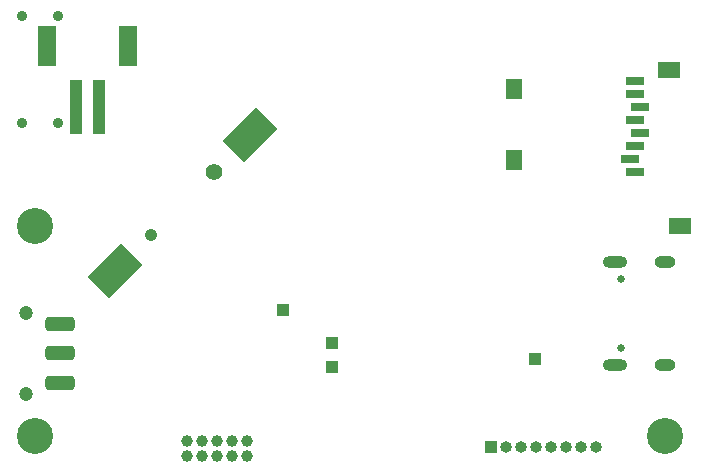
<source format=gbr>
%TF.GenerationSoftware,KiCad,Pcbnew,9.0.0-rc1*%
%TF.CreationDate,2025-02-03T21:42:01-06:00*%
%TF.ProjectId,tempo,74656d70-6f2e-46b6-9963-61645f706362,rev?*%
%TF.SameCoordinates,Original*%
%TF.FileFunction,Soldermask,Bot*%
%TF.FilePolarity,Negative*%
%FSLAX46Y46*%
G04 Gerber Fmt 4.6, Leading zero omitted, Abs format (unit mm)*
G04 Created by KiCad (PCBNEW 9.0.0-rc1) date 2025-02-03 21:42:01*
%MOMM*%
%LPD*%
G01*
G04 APERTURE LIST*
G04 Aperture macros list*
%AMRoundRect*
0 Rectangle with rounded corners*
0 $1 Rounding radius*
0 $2 $3 $4 $5 $6 $7 $8 $9 X,Y pos of 4 corners*
0 Add a 4 corners polygon primitive as box body*
4,1,4,$2,$3,$4,$5,$6,$7,$8,$9,$2,$3,0*
0 Add four circle primitives for the rounded corners*
1,1,$1+$1,$2,$3*
1,1,$1+$1,$4,$5*
1,1,$1+$1,$6,$7*
1,1,$1+$1,$8,$9*
0 Add four rect primitives between the rounded corners*
20,1,$1+$1,$2,$3,$4,$5,0*
20,1,$1+$1,$4,$5,$6,$7,0*
20,1,$1+$1,$6,$7,$8,$9,0*
20,1,$1+$1,$8,$9,$2,$3,0*%
%AMRotRect*
0 Rectangle, with rotation*
0 The origin of the aperture is its center*
0 $1 length*
0 $2 width*
0 $3 Rotation angle, in degrees counterclockwise*
0 Add horizontal line*
21,1,$1,$2,0,0,$3*%
G04 Aperture macros list end*
%ADD10C,1.000000*%
%ADD11R,1.000000X1.000000*%
%ADD12O,1.000000X1.000000*%
%ADD13C,3.048000*%
%ADD14C,0.650000*%
%ADD15O,2.100000X1.000000*%
%ADD16O,1.800000X1.000000*%
%ADD17C,0.900000*%
%ADD18C,1.200000*%
%ADD19RoundRect,0.300000X0.950000X-0.300000X0.950000X0.300000X-0.950000X0.300000X-0.950000X-0.300000X0*%
%ADD20R,1.500000X0.700000*%
%ADD21R,1.400000X1.800000*%
%ADD22R,1.900000X1.400000*%
%ADD23C,1.070000*%
%ADD24C,1.400000*%
%ADD25RotRect,4.000000X2.600000X45.000000*%
%ADD26R,1.000000X4.600000*%
%ADD27R,1.600000X3.400000*%
G04 APERTURE END LIST*
D10*
%TO.C,J5*%
X146610000Y-113855000D03*
X146610000Y-115125000D03*
X145340000Y-113855000D03*
X145340000Y-115125000D03*
X144070000Y-113855000D03*
X144070000Y-115125000D03*
X142800000Y-113855000D03*
X142800000Y-115125000D03*
X141530000Y-113855000D03*
X141530000Y-115125000D03*
%TD*%
D11*
%TO.C,TP3*%
X149660000Y-102740000D03*
%TD*%
%TO.C,J3*%
X167260000Y-114340000D03*
D12*
X168530000Y-114340000D03*
X169800000Y-114340000D03*
X171070000Y-114340000D03*
X172340000Y-114340000D03*
X173610000Y-114340000D03*
X174880000Y-114340000D03*
X176150000Y-114340000D03*
%TD*%
D13*
%TO.C,H1*%
X128609784Y-95650000D03*
%TD*%
D14*
%TO.C,J2*%
X178265000Y-105965000D03*
X178265000Y-100185000D03*
D15*
X177765000Y-107395000D03*
D16*
X181945000Y-107395000D03*
D15*
X177765000Y-98755000D03*
D16*
X181945000Y-98755000D03*
%TD*%
D17*
%TO.C,SW3*%
X130560000Y-77890000D03*
X127560000Y-77890000D03*
%TD*%
D11*
%TO.C,TP4*%
X170960000Y-106900000D03*
%TD*%
D13*
%TO.C,H3*%
X181960000Y-113440000D03*
%TD*%
D17*
%TO.C,SW2*%
X130560000Y-86940000D03*
X127560000Y-86940000D03*
%TD*%
D13*
%TO.C,H2*%
X128610000Y-113440000D03*
%TD*%
D18*
%TO.C,SW1*%
X127897500Y-109850000D03*
X127897500Y-103050000D03*
D19*
X130697500Y-108950000D03*
X130697500Y-106450000D03*
X130697500Y-103950000D03*
%TD*%
D20*
%TO.C,X1*%
X179410000Y-91090000D03*
X179010000Y-89990000D03*
X179410000Y-88890000D03*
X179810000Y-87790000D03*
X179410000Y-86690000D03*
X179810000Y-85590000D03*
X179410000Y-84490000D03*
X179410000Y-83390000D03*
D21*
X169210000Y-84090000D03*
X169210000Y-90090000D03*
D22*
X182310000Y-82490000D03*
X183210000Y-95690000D03*
%TD*%
D23*
%TO.C,B1*%
X138435126Y-96414874D03*
D24*
X143738427Y-91111573D03*
D25*
X146856768Y-87993232D03*
X135436994Y-99455433D03*
%TD*%
D26*
%TO.C,J1*%
X134060000Y-85590000D03*
X132060000Y-85590000D03*
D27*
X136460000Y-80390000D03*
X129660000Y-80390000D03*
%TD*%
D11*
%TO.C,TP1*%
X153760000Y-107640000D03*
%TD*%
%TO.C,TP2*%
X153785000Y-105565000D03*
%TD*%
M02*

</source>
